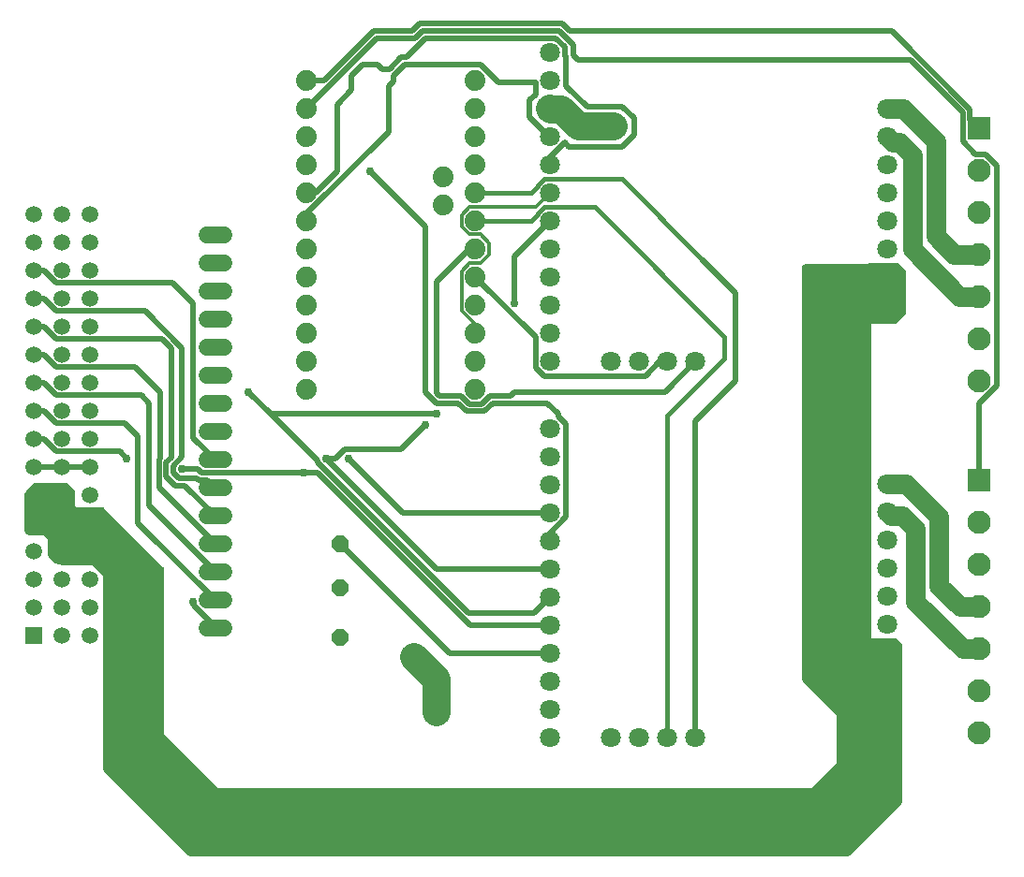
<source format=gbr>
G04 EAGLE Gerber RS-274X export*
G75*
%MOMM*%
%FSLAX34Y34*%
%LPD*%
%INBottom Copper*%
%IPPOS*%
%AMOC8*
5,1,8,0,0,1.08239X$1,22.5*%
G01*
%ADD10R,1.508000X1.508000*%
%ADD11C,1.508000*%
%ADD12C,1.800000*%
%ADD13C,1.879600*%
%ADD14R,2.100000X2.100000*%
%ADD15C,2.100000*%
%ADD16P,1.649562X8X22.500000*%
%ADD17C,1.524000*%
%ADD18C,2.540000*%
%ADD19C,0.756400*%
%ADD20C,0.508000*%
%ADD21C,0.304800*%
%ADD22C,1.800000*%
%ADD23C,0.406400*%

G36*
X791864Y10175D02*
X791864Y10175D01*
X792028Y10182D01*
X792088Y10195D01*
X792148Y10201D01*
X792307Y10244D01*
X792468Y10280D01*
X792524Y10303D01*
X792583Y10319D01*
X792731Y10390D01*
X792883Y10453D01*
X792935Y10486D01*
X792989Y10513D01*
X793123Y10608D01*
X793261Y10698D01*
X793319Y10749D01*
X793356Y10775D01*
X793398Y10818D01*
X793496Y10904D01*
X839796Y57204D01*
X839901Y57331D01*
X840013Y57452D01*
X840045Y57503D01*
X840084Y57550D01*
X840166Y57693D01*
X840254Y57831D01*
X840278Y57888D01*
X840308Y57941D01*
X840363Y58096D01*
X840425Y58248D01*
X840438Y58308D01*
X840459Y58365D01*
X840485Y58527D01*
X840520Y58688D01*
X840525Y58765D01*
X840532Y58809D01*
X840531Y58870D01*
X840539Y59000D01*
X840539Y201000D01*
X840525Y201164D01*
X840518Y201328D01*
X840505Y201388D01*
X840499Y201449D01*
X840456Y201607D01*
X840420Y201768D01*
X840397Y201824D01*
X840381Y201883D01*
X840310Y202031D01*
X840247Y202183D01*
X840214Y202235D01*
X840187Y202290D01*
X840092Y202423D01*
X840002Y202561D01*
X839951Y202619D01*
X839925Y202656D01*
X839882Y202698D01*
X839796Y202796D01*
X835796Y206796D01*
X835669Y206901D01*
X835548Y207013D01*
X835497Y207045D01*
X835450Y207084D01*
X835307Y207166D01*
X835169Y207254D01*
X835112Y207278D01*
X835059Y207308D01*
X834904Y207363D01*
X834752Y207425D01*
X834692Y207438D01*
X834635Y207459D01*
X834473Y207485D01*
X834312Y207520D01*
X834235Y207525D01*
X834191Y207532D01*
X834130Y207531D01*
X834000Y207539D01*
X830414Y207539D01*
X830297Y207529D01*
X830181Y207528D01*
X830074Y207509D01*
X829966Y207499D01*
X829853Y207469D01*
X829758Y207451D01*
X824822Y207451D01*
X824728Y207481D01*
X824612Y207495D01*
X824498Y207520D01*
X824344Y207530D01*
X824282Y207537D01*
X824245Y207536D01*
X824186Y207539D01*
X812539Y207539D01*
X812539Y491461D01*
X834000Y491461D01*
X834164Y491475D01*
X834328Y491482D01*
X834388Y491495D01*
X834449Y491501D01*
X834607Y491544D01*
X834768Y491580D01*
X834824Y491603D01*
X834883Y491619D01*
X835031Y491690D01*
X835183Y491753D01*
X835235Y491786D01*
X835290Y491813D01*
X835423Y491908D01*
X835561Y491998D01*
X835619Y492049D01*
X835656Y492075D01*
X835698Y492118D01*
X835796Y492204D01*
X843796Y500204D01*
X843901Y500331D01*
X844013Y500452D01*
X844045Y500503D01*
X844084Y500550D01*
X844166Y500693D01*
X844254Y500831D01*
X844278Y500888D01*
X844308Y500941D01*
X844363Y501096D01*
X844425Y501248D01*
X844438Y501308D01*
X844459Y501365D01*
X844485Y501527D01*
X844520Y501688D01*
X844525Y501765D01*
X844532Y501809D01*
X844531Y501870D01*
X844539Y502000D01*
X844539Y538000D01*
X844525Y538164D01*
X844518Y538328D01*
X844505Y538388D01*
X844499Y538449D01*
X844456Y538607D01*
X844420Y538768D01*
X844397Y538824D01*
X844381Y538883D01*
X844310Y539031D01*
X844247Y539183D01*
X844214Y539235D01*
X844187Y539290D01*
X844092Y539423D01*
X844002Y539561D01*
X843951Y539619D01*
X843925Y539656D01*
X843882Y539698D01*
X843796Y539796D01*
X837796Y545796D01*
X837669Y545901D01*
X837548Y546013D01*
X837497Y546045D01*
X837450Y546084D01*
X837307Y546166D01*
X837169Y546254D01*
X837112Y546278D01*
X837059Y546308D01*
X836904Y546363D01*
X836752Y546425D01*
X836692Y546438D01*
X836635Y546459D01*
X836473Y546485D01*
X836312Y546520D01*
X836235Y546525D01*
X836191Y546532D01*
X836130Y546531D01*
X836000Y546539D01*
X811000Y546539D01*
X810836Y546525D01*
X810672Y546518D01*
X810612Y546505D01*
X810552Y546499D01*
X810393Y546456D01*
X810232Y546420D01*
X810176Y546397D01*
X810117Y546381D01*
X809969Y546310D01*
X809817Y546247D01*
X809765Y546214D01*
X809711Y546187D01*
X809577Y546092D01*
X809439Y546002D01*
X809381Y545951D01*
X809344Y545925D01*
X809302Y545882D01*
X809204Y545796D01*
X808948Y545539D01*
X753000Y545539D01*
X752966Y545536D01*
X752931Y545538D01*
X752742Y545516D01*
X752552Y545499D01*
X752518Y545490D01*
X752484Y545486D01*
X752301Y545431D01*
X752117Y545381D01*
X752086Y545366D01*
X752053Y545356D01*
X751882Y545269D01*
X751711Y545187D01*
X751682Y545167D01*
X751651Y545152D01*
X751499Y545036D01*
X751344Y544925D01*
X751320Y544900D01*
X751293Y544880D01*
X751164Y544740D01*
X751030Y544603D01*
X751011Y544574D01*
X750988Y544548D01*
X750885Y544387D01*
X750778Y544230D01*
X750764Y544198D01*
X750746Y544169D01*
X750673Y543992D01*
X750596Y543818D01*
X750588Y543784D01*
X750575Y543752D01*
X750535Y543565D01*
X750489Y543380D01*
X750487Y543346D01*
X750480Y543312D01*
X750461Y543000D01*
X750461Y170000D01*
X750475Y169836D01*
X750482Y169672D01*
X750495Y169612D01*
X750501Y169552D01*
X750544Y169393D01*
X750580Y169232D01*
X750603Y169176D01*
X750619Y169117D01*
X750690Y168969D01*
X750753Y168817D01*
X750786Y168765D01*
X750813Y168711D01*
X750908Y168577D01*
X750998Y168439D01*
X751049Y168381D01*
X751075Y168344D01*
X751118Y168302D01*
X751204Y168204D01*
X781461Y137948D01*
X781461Y94052D01*
X758948Y71539D01*
X223052Y71539D01*
X173539Y121052D01*
X173539Y270000D01*
X173525Y270164D01*
X173518Y270328D01*
X173505Y270388D01*
X173499Y270449D01*
X173456Y270607D01*
X173420Y270768D01*
X173397Y270824D01*
X173381Y270883D01*
X173310Y271031D01*
X173247Y271183D01*
X173214Y271235D01*
X173187Y271290D01*
X173092Y271423D01*
X173002Y271561D01*
X172951Y271619D01*
X172925Y271656D01*
X172882Y271698D01*
X172796Y271796D01*
X119796Y324796D01*
X119669Y324901D01*
X119548Y325013D01*
X119497Y325045D01*
X119450Y325084D01*
X119307Y325166D01*
X119169Y325254D01*
X119112Y325278D01*
X119059Y325308D01*
X118904Y325363D01*
X118752Y325425D01*
X118692Y325438D01*
X118635Y325459D01*
X118473Y325485D01*
X118312Y325520D01*
X118235Y325525D01*
X118191Y325532D01*
X118130Y325531D01*
X118000Y325539D01*
X95052Y325539D01*
X93539Y327052D01*
X93539Y339000D01*
X93525Y339164D01*
X93518Y339328D01*
X93505Y339388D01*
X93499Y339449D01*
X93456Y339607D01*
X93420Y339768D01*
X93397Y339824D01*
X93381Y339883D01*
X93310Y340031D01*
X93247Y340183D01*
X93214Y340235D01*
X93187Y340290D01*
X93092Y340423D01*
X93002Y340561D01*
X92951Y340619D01*
X92925Y340656D01*
X92882Y340698D01*
X92796Y340796D01*
X86796Y346796D01*
X86669Y346901D01*
X86548Y347013D01*
X86497Y347045D01*
X86450Y347084D01*
X86307Y347166D01*
X86169Y347254D01*
X86112Y347278D01*
X86059Y347308D01*
X85904Y347363D01*
X85752Y347425D01*
X85692Y347438D01*
X85635Y347459D01*
X85473Y347485D01*
X85312Y347520D01*
X85235Y347525D01*
X85191Y347532D01*
X85130Y347531D01*
X85000Y347539D01*
X57000Y347539D01*
X56963Y347536D01*
X56927Y347538D01*
X56740Y347516D01*
X56552Y347499D01*
X56516Y347490D01*
X56480Y347485D01*
X56299Y347431D01*
X56117Y347381D01*
X56084Y347365D01*
X56049Y347354D01*
X55880Y347268D01*
X55711Y347187D01*
X55681Y347166D01*
X55648Y347149D01*
X55498Y347035D01*
X55344Y346925D01*
X55319Y346899D01*
X55290Y346877D01*
X55072Y346653D01*
X49136Y339727D01*
X48204Y338796D01*
X48099Y338669D01*
X47988Y338548D01*
X47955Y338497D01*
X47916Y338450D01*
X47834Y338307D01*
X47746Y338169D01*
X47722Y338112D01*
X47692Y338059D01*
X47637Y337904D01*
X47575Y337752D01*
X47562Y337692D01*
X47541Y337635D01*
X47515Y337473D01*
X47480Y337312D01*
X47475Y337235D01*
X47468Y337191D01*
X47469Y337130D01*
X47461Y337000D01*
X47461Y305000D01*
X47475Y304836D01*
X47482Y304672D01*
X47495Y304612D01*
X47501Y304552D01*
X47544Y304393D01*
X47580Y304232D01*
X47603Y304176D01*
X47619Y304117D01*
X47690Y303969D01*
X47753Y303817D01*
X47786Y303765D01*
X47813Y303711D01*
X47908Y303577D01*
X47998Y303439D01*
X48049Y303381D01*
X48075Y303344D01*
X48118Y303302D01*
X48204Y303204D01*
X50204Y301204D01*
X50331Y301099D01*
X50452Y300988D01*
X50503Y300955D01*
X50550Y300916D01*
X50693Y300834D01*
X50831Y300746D01*
X50888Y300722D01*
X50941Y300692D01*
X51096Y300637D01*
X51248Y300575D01*
X51308Y300562D01*
X51365Y300541D01*
X51527Y300515D01*
X51688Y300480D01*
X51765Y300475D01*
X51809Y300468D01*
X51870Y300469D01*
X52000Y300461D01*
X64948Y300461D01*
X68461Y296948D01*
X68461Y283000D01*
X68475Y282836D01*
X68482Y282672D01*
X68495Y282612D01*
X68501Y282552D01*
X68544Y282393D01*
X68580Y282232D01*
X68603Y282176D01*
X68619Y282117D01*
X68690Y281969D01*
X68753Y281817D01*
X68786Y281765D01*
X68813Y281711D01*
X68908Y281577D01*
X68998Y281439D01*
X69049Y281381D01*
X69075Y281344D01*
X69118Y281302D01*
X69204Y281204D01*
X75204Y275204D01*
X75331Y275099D01*
X75452Y274988D01*
X75503Y274955D01*
X75550Y274916D01*
X75693Y274834D01*
X75831Y274746D01*
X75888Y274722D01*
X75941Y274692D01*
X76096Y274637D01*
X76248Y274575D01*
X76308Y274562D01*
X76365Y274541D01*
X76527Y274515D01*
X76688Y274480D01*
X76765Y274475D01*
X76809Y274468D01*
X76870Y274469D01*
X77000Y274461D01*
X78948Y274461D01*
X79204Y274204D01*
X79331Y274099D01*
X79452Y273988D01*
X79503Y273955D01*
X79550Y273916D01*
X79693Y273834D01*
X79831Y273746D01*
X79888Y273722D01*
X79941Y273692D01*
X80096Y273637D01*
X80248Y273575D01*
X80308Y273562D01*
X80365Y273541D01*
X80527Y273515D01*
X80688Y273480D01*
X80765Y273475D01*
X80809Y273468D01*
X80870Y273469D01*
X81000Y273461D01*
X108948Y273461D01*
X112158Y270251D01*
X112247Y270176D01*
X112331Y270094D01*
X112420Y270032D01*
X112503Y269962D01*
X112605Y269904D01*
X112701Y269838D01*
X112771Y269803D01*
X115796Y266778D01*
X115800Y266770D01*
X115859Y266679D01*
X115909Y266583D01*
X115981Y266490D01*
X116044Y266392D01*
X116146Y266277D01*
X116185Y266227D01*
X116212Y266202D01*
X116251Y266158D01*
X118461Y263948D01*
X118461Y89000D01*
X118475Y88836D01*
X118482Y88672D01*
X118495Y88612D01*
X118501Y88552D01*
X118544Y88393D01*
X118580Y88232D01*
X118603Y88176D01*
X118619Y88117D01*
X118690Y87969D01*
X118753Y87817D01*
X118786Y87765D01*
X118813Y87711D01*
X118908Y87577D01*
X118998Y87439D01*
X119049Y87381D01*
X119075Y87344D01*
X119118Y87302D01*
X119204Y87204D01*
X195504Y10904D01*
X195631Y10799D01*
X195752Y10687D01*
X195803Y10655D01*
X195850Y10616D01*
X195993Y10534D01*
X196131Y10446D01*
X196188Y10422D01*
X196241Y10392D01*
X196396Y10337D01*
X196548Y10275D01*
X196608Y10262D01*
X196665Y10241D01*
X196827Y10215D01*
X196988Y10180D01*
X197065Y10175D01*
X197109Y10168D01*
X197170Y10169D01*
X197300Y10161D01*
X791700Y10161D01*
X791864Y10175D01*
G37*
D10*
X56000Y210000D03*
D11*
X56000Y235400D03*
X56000Y260800D03*
X56000Y286200D03*
X56000Y311600D03*
X56000Y337000D03*
X56000Y362400D03*
X56000Y387800D03*
X56000Y413200D03*
X56000Y438600D03*
X56000Y464000D03*
X56000Y489400D03*
X56000Y514800D03*
X56000Y540200D03*
X56000Y565600D03*
X56000Y591000D03*
X81400Y210000D03*
X81400Y235400D03*
X81400Y260800D03*
X81400Y286200D03*
X81400Y311600D03*
X81400Y337000D03*
X81400Y362400D03*
X81400Y387800D03*
X81400Y413200D03*
X81400Y438600D03*
X81400Y464000D03*
X81400Y489400D03*
X81400Y514800D03*
X81400Y540200D03*
X81400Y565600D03*
X81400Y591000D03*
X106800Y210000D03*
X106800Y235400D03*
X106800Y260800D03*
X106800Y286200D03*
X106800Y311600D03*
X106800Y337000D03*
X106800Y362400D03*
X106800Y387800D03*
X106800Y413200D03*
X106800Y438600D03*
X106800Y464000D03*
X106800Y489400D03*
X106800Y514800D03*
X106800Y540200D03*
X106800Y565600D03*
X106800Y591000D03*
D12*
X522500Y737000D03*
X522500Y711600D03*
X522500Y686200D03*
X522500Y660800D03*
X522500Y635400D03*
X522500Y610000D03*
X522500Y584600D03*
X522500Y559200D03*
X522500Y533800D03*
X522500Y508400D03*
X522500Y483000D03*
X522500Y457600D03*
X827300Y686500D03*
X827300Y661100D03*
X827300Y635700D03*
X827300Y610300D03*
X827300Y584900D03*
X827300Y559500D03*
X827300Y534100D03*
X827300Y508700D03*
X577800Y457600D03*
X603200Y457600D03*
X628600Y457600D03*
X654000Y457600D03*
D13*
X302700Y432700D03*
X302700Y458100D03*
X302700Y483500D03*
X302700Y508900D03*
X302700Y534300D03*
X302700Y559700D03*
X302700Y585100D03*
X302700Y610500D03*
X302700Y635900D03*
X302700Y661300D03*
X302700Y686700D03*
X302700Y712100D03*
X455100Y712100D03*
X455100Y686700D03*
X455100Y661300D03*
X455100Y635900D03*
X455100Y610500D03*
X455100Y585100D03*
X455100Y559700D03*
X455100Y534300D03*
X455100Y508900D03*
X455100Y483500D03*
X455100Y458100D03*
X455100Y432700D03*
X425890Y599070D03*
X425890Y624470D03*
D12*
X522500Y397000D03*
X522500Y371600D03*
X522500Y346200D03*
X522500Y320800D03*
X522500Y295400D03*
X522500Y270000D03*
X522500Y244600D03*
X522500Y219200D03*
X522500Y193800D03*
X522500Y168400D03*
X522500Y143000D03*
X522500Y117600D03*
X827300Y346500D03*
X827300Y321100D03*
X827300Y295700D03*
X827300Y270300D03*
X827300Y244900D03*
X827300Y219500D03*
X827300Y194100D03*
X827300Y168700D03*
X577800Y117600D03*
X603200Y117600D03*
X628600Y117600D03*
X654000Y117600D03*
D14*
X910000Y350000D03*
D15*
X910000Y311900D03*
X910000Y273800D03*
X910000Y235700D03*
X910000Y197600D03*
X910000Y159500D03*
X910000Y121400D03*
D16*
X333000Y253000D03*
X333000Y208000D03*
X333000Y293000D03*
D17*
X227620Y571800D02*
X212380Y571800D01*
X212380Y546400D02*
X227620Y546400D01*
X227620Y521000D02*
X212380Y521000D01*
X212380Y495600D02*
X227620Y495600D01*
X227620Y470200D02*
X212380Y470200D01*
X212380Y444800D02*
X227620Y444800D01*
X227620Y419400D02*
X212380Y419400D01*
X212380Y394000D02*
X227620Y394000D01*
X227620Y368600D02*
X212380Y368600D01*
X212380Y343200D02*
X227620Y343200D01*
X227620Y317800D02*
X212380Y317800D01*
X212380Y292400D02*
X227620Y292400D01*
X227620Y267000D02*
X212380Y267000D01*
X212380Y241600D02*
X227620Y241600D01*
X227620Y216200D02*
X212380Y216200D01*
D14*
X910000Y668600D03*
D15*
X910000Y630500D03*
X910000Y592400D03*
X910000Y554300D03*
X910000Y516200D03*
X910000Y478100D03*
X910000Y440000D03*
D18*
X523152Y685548D02*
X522500Y686200D01*
X523152Y685548D02*
X532751Y685548D01*
X548299Y670000D02*
X580000Y670000D01*
X548299Y670000D02*
X532751Y685548D01*
D19*
X580000Y670000D03*
X420000Y140000D03*
X400000Y190000D03*
D18*
X420000Y170000D01*
X420000Y140000D01*
D19*
X571000Y664000D03*
X571000Y677000D03*
X410000Y190000D03*
X395000Y183000D03*
X415000Y148000D03*
X426000Y148000D03*
D20*
X106800Y362400D02*
X56000Y362400D01*
D19*
X190000Y360000D03*
D20*
X204456Y360000D02*
X207540Y356916D01*
X204456Y360000D02*
X190000Y360000D01*
X300000Y356916D02*
X312649Y356916D01*
X300000Y356916D02*
X207540Y356916D01*
X450365Y219200D02*
X522500Y219200D01*
X450365Y219200D02*
X312649Y356916D01*
D19*
X300000Y356916D03*
D21*
X442654Y590255D02*
X449945Y597546D01*
X442654Y590255D02*
X442654Y579945D01*
X449945Y572654D01*
X449945Y546746D02*
X442654Y539455D01*
X455100Y491299D02*
X455100Y483500D01*
X455100Y491299D02*
X442654Y503745D01*
X510046Y597546D02*
X522500Y610000D01*
X459747Y572654D02*
X449945Y572654D01*
X459747Y572654D02*
X467546Y564855D01*
X467546Y554545D01*
X449945Y597546D02*
X510046Y597546D01*
X467546Y554545D02*
X459747Y546746D01*
X449945Y546746D01*
X442654Y539455D02*
X442654Y503745D01*
D20*
X420000Y270000D02*
X522500Y270000D01*
X420000Y270000D02*
X320000Y370000D01*
D19*
X320000Y370000D03*
X410000Y400000D03*
D20*
X328904Y370000D02*
X320000Y370000D01*
X328904Y370000D02*
X336750Y377846D01*
X387846Y377846D02*
X410000Y400000D01*
X387846Y377846D02*
X336750Y377846D01*
X490248Y552348D02*
X522500Y584600D01*
X490248Y552348D02*
X490248Y510248D01*
D19*
X490248Y510248D03*
D20*
X522500Y244600D02*
X507900Y230000D01*
D19*
X250000Y430000D03*
D20*
X312154Y367846D02*
X312154Y366750D01*
X312154Y367846D02*
X270000Y410000D01*
X250000Y430000D01*
X448904Y230000D02*
X507900Y230000D01*
X448904Y230000D02*
X312154Y366750D01*
D19*
X420000Y410000D03*
D20*
X270000Y410000D01*
X64989Y387800D02*
X56000Y387800D01*
X64989Y387800D02*
X76593Y376196D01*
X133804Y376196D02*
X140000Y370000D01*
X133804Y376196D02*
X76593Y376196D01*
D19*
X140000Y370000D03*
X199454Y240000D03*
D20*
X200696Y238758D01*
X200696Y236760D01*
X220000Y217456D01*
X220000Y216200D01*
X220000Y241600D02*
X150000Y311600D01*
X150000Y390000D01*
X64989Y413200D02*
X56000Y413200D01*
X64989Y413200D02*
X76593Y401596D01*
X138404Y401596D02*
X150000Y390000D01*
X138404Y401596D02*
X76593Y401596D01*
X160000Y327000D02*
X220000Y267000D01*
X160000Y327000D02*
X160000Y420000D01*
X64989Y438600D02*
X56000Y438600D01*
X64989Y438600D02*
X76593Y426996D01*
X153004Y426996D02*
X160000Y420000D01*
X153004Y426996D02*
X76593Y426996D01*
X64989Y464000D02*
X56000Y464000D01*
X64989Y464000D02*
X76593Y452396D01*
X147604Y452396D02*
X170000Y430000D01*
X147604Y452396D02*
X76593Y452396D01*
X168946Y368721D02*
X170000Y369775D01*
X170000Y430000D01*
X168946Y368721D02*
X168946Y343454D01*
X220000Y292400D01*
X64989Y489400D02*
X56000Y489400D01*
X64989Y489400D02*
X76593Y477796D01*
X172204Y477796D02*
X180000Y470000D01*
X172204Y477796D02*
X76593Y477796D01*
X192250Y345550D02*
X220000Y317800D01*
X192250Y345550D02*
X184015Y345550D01*
X175550Y354015D01*
X175550Y365985D01*
X180000Y370435D01*
X180000Y470000D01*
X64989Y514800D02*
X56000Y514800D01*
X64989Y514800D02*
X76593Y503196D01*
X156804Y503196D02*
X190000Y470000D01*
X156804Y503196D02*
X76593Y503196D01*
X212888Y350312D02*
X220000Y343200D01*
X212888Y350312D02*
X204805Y350312D01*
X186750Y352154D02*
X182154Y356750D01*
X182154Y363250D01*
X202963Y352154D02*
X204805Y350312D01*
X202963Y352154D02*
X186750Y352154D01*
X182154Y363250D02*
X190000Y371096D01*
X190000Y470000D01*
X200000Y388600D02*
X220000Y368600D01*
X200000Y388600D02*
X200000Y510000D01*
X64989Y540200D02*
X56000Y540200D01*
X64989Y540200D02*
X76593Y528596D01*
X181404Y528596D02*
X200000Y510000D01*
X181404Y528596D02*
X76593Y528596D01*
D22*
X827300Y661100D02*
X832400Y656000D01*
X838000Y656000D01*
X850000Y644000D01*
X850000Y559000D01*
X892800Y516200D01*
X910000Y516200D01*
X841500Y686500D02*
X827300Y686500D01*
X887700Y554300D02*
X910000Y554300D01*
X871000Y657000D02*
X841500Y686500D01*
X871000Y657000D02*
X871000Y571000D01*
X887700Y554300D01*
D20*
X366064Y750064D02*
X302700Y686700D01*
X848600Y730000D02*
X895436Y683164D01*
X910000Y419403D02*
X910000Y350000D01*
X895436Y656417D02*
X895436Y683164D01*
X895436Y656417D02*
X906789Y645064D01*
X916033Y645064D01*
X926088Y635009D01*
X926088Y435491D01*
X910000Y419403D01*
X848600Y730000D02*
X547975Y730000D01*
X543692Y734283D01*
X543692Y743623D02*
X530647Y756668D01*
X507329Y756668D01*
X543692Y743623D02*
X543692Y734283D01*
X507329Y756668D02*
X507265Y756604D01*
X407265Y756604D01*
X400725Y750064D01*
X366064Y750064D01*
X902040Y676560D02*
X910000Y668600D01*
X902040Y676560D02*
X902040Y685900D01*
X318761Y712100D02*
X302700Y712100D01*
X318761Y712100D02*
X363329Y756668D01*
X831272Y756668D02*
X902040Y685900D01*
X831272Y756668D02*
X539986Y756668D01*
X533382Y763272D01*
X504593Y763272D01*
X504529Y763208D01*
X404529Y763208D01*
X397989Y756668D01*
X363329Y756668D01*
X522500Y302325D02*
X522500Y295400D01*
X530000Y407975D02*
X530000Y410000D01*
X537088Y316913D02*
X522500Y302325D01*
X537088Y316913D02*
X537088Y400887D01*
X530000Y407975D01*
X530000Y410000D02*
X520000Y420000D01*
X470778Y420000D01*
X463412Y412634D01*
X446788Y412634D01*
X439422Y420000D01*
X420000Y420000D01*
X410000Y430000D01*
X410000Y580000D02*
X360000Y630000D01*
D19*
X360000Y630000D03*
D20*
X410000Y580000D02*
X410000Y430000D01*
D19*
X340000Y370000D03*
D20*
X389200Y320800D01*
X522500Y320800D01*
X509436Y710000D02*
X476238Y710000D01*
X460138Y726100D01*
X302700Y591462D02*
X302700Y585100D01*
X376850Y665612D02*
X376850Y706850D01*
X376850Y665612D02*
X302700Y591462D01*
X376850Y706850D02*
X380950Y710950D01*
X380950Y716171D02*
X390879Y726100D01*
X460138Y726100D01*
X380950Y716171D02*
X380950Y710950D01*
X516040Y667260D02*
X522500Y660800D01*
X516040Y667260D02*
X515577Y667260D01*
X504212Y678625D01*
X504212Y693775D01*
X509436Y698999D01*
X509436Y710000D01*
X522500Y642325D02*
X522500Y635400D01*
X537088Y732912D02*
X535564Y734436D01*
X535564Y742411D02*
X527911Y750064D01*
X517089Y750064D01*
X517025Y750000D01*
X410000Y750000D02*
X392704Y732704D01*
X388144Y732704D01*
X377720Y722280D01*
X366921Y726100D02*
X352879Y726100D01*
X342950Y716171D01*
X370741Y722280D02*
X377720Y722280D01*
X370741Y722280D02*
X366921Y726100D01*
X342950Y716171D02*
X342950Y702950D01*
X330000Y690000D02*
X330000Y630000D01*
X310500Y610500D01*
X302700Y610500D01*
X535564Y734436D02*
X535564Y742411D01*
X517025Y750000D02*
X410000Y750000D01*
X342950Y702950D02*
X330000Y690000D01*
X522500Y642325D02*
X535780Y655605D01*
X539673Y651712D01*
X587575Y651712D01*
X598288Y662425D01*
X598288Y677575D01*
X587575Y688288D01*
X555874Y688288D01*
X537088Y707074D02*
X537088Y732912D01*
X537088Y707074D02*
X555874Y688288D01*
X509436Y452189D02*
X517089Y444536D01*
X509436Y479964D02*
X455100Y534300D01*
X621675Y457600D02*
X628600Y457600D01*
X621675Y457600D02*
X608611Y444536D01*
X509436Y452189D02*
X509436Y479964D01*
X517089Y444536D02*
X608611Y444536D01*
X626400Y430000D02*
X654000Y457600D01*
X449700Y559700D02*
X420000Y530000D01*
X449700Y559700D02*
X455100Y559700D01*
X490000Y430000D02*
X626400Y430000D01*
X490000Y430000D02*
X486604Y426604D01*
X468042Y426604D01*
X460676Y419238D01*
X449524Y419238D01*
X442158Y426604D01*
X422736Y426604D01*
X420000Y429340D01*
X420000Y530000D01*
D23*
X455100Y585100D02*
X505243Y585100D01*
X517299Y597156D01*
X562844Y597156D01*
X680000Y480000D01*
X680000Y460000D01*
X628600Y408600D02*
X628600Y117600D01*
X628600Y408600D02*
X680000Y460000D01*
D20*
X654000Y404000D02*
X654000Y117600D01*
X654000Y404000D02*
X690000Y440000D01*
X690000Y520000D01*
X660000Y550000D01*
D23*
X505243Y610500D02*
X455100Y610500D01*
X505243Y610500D02*
X517299Y622556D01*
X587444Y622556D01*
X660000Y550000D01*
D22*
X827300Y321100D02*
X830400Y318000D01*
X841000Y318000D01*
X853000Y306000D01*
X853000Y240000D01*
X895400Y197600D01*
X910000Y197600D01*
X844500Y346500D02*
X827300Y346500D01*
X874000Y255000D02*
X893300Y235700D01*
X910000Y235700D01*
X874000Y317000D02*
X844500Y346500D01*
X874000Y317000D02*
X874000Y255000D01*
D20*
X432200Y193800D02*
X333000Y293000D01*
X432200Y193800D02*
X522500Y193800D01*
M02*

</source>
